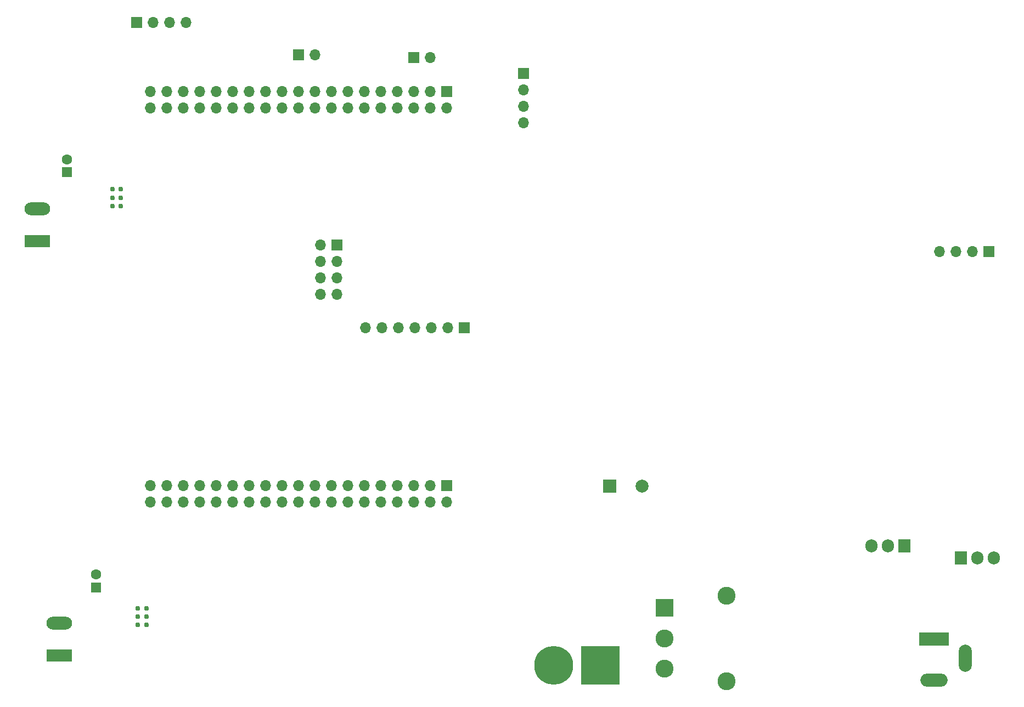
<source format=gbr>
%TF.GenerationSoftware,KiCad,Pcbnew,(7.0.0)*%
%TF.CreationDate,2023-05-15T14:27:38+03:00*%
%TF.ProjectId,ESP,4553502e-6b69-4636-9164-5f7063625858,rev?*%
%TF.SameCoordinates,Original*%
%TF.FileFunction,Soldermask,Bot*%
%TF.FilePolarity,Negative*%
%FSLAX46Y46*%
G04 Gerber Fmt 4.6, Leading zero omitted, Abs format (unit mm)*
G04 Created by KiCad (PCBNEW (7.0.0)) date 2023-05-15 14:27:38*
%MOMM*%
%LPD*%
G01*
G04 APERTURE LIST*
%ADD10R,1.905000X2.000000*%
%ADD11O,1.905000X2.000000*%
%ADD12R,2.775000X2.775000*%
%ADD13C,2.775000*%
%ADD14R,1.700000X1.700000*%
%ADD15O,1.700000X1.700000*%
%ADD16R,1.600000X1.600000*%
%ADD17C,1.600000*%
%ADD18C,6.000000*%
%ADD19R,6.000000X6.000000*%
%ADD20R,2.000000X2.000000*%
%ADD21C,2.000000*%
%ADD22C,0.770000*%
%ADD23R,3.960000X1.980000*%
%ADD24O,3.960000X1.980000*%
%ADD25R,4.600000X2.000000*%
%ADD26O,4.200000X2.000000*%
%ADD27O,2.000000X4.200000*%
G04 APERTURE END LIST*
D10*
%TO.C,Q6*%
X197779999Y-120537499D03*
D11*
X195239999Y-120537499D03*
X192699999Y-120537499D03*
%TD*%
D12*
%TO.C,SW1*%
X160809999Y-130174999D03*
D13*
X160810000Y-134875000D03*
X160810000Y-139575000D03*
X170340000Y-128270000D03*
X170340000Y-141480000D03*
%TD*%
D14*
%TO.C,J12*%
X104299999Y-44699999D03*
D15*
X106839999Y-44699999D03*
%TD*%
D16*
%TO.C,C9*%
X73024999Y-126999999D03*
D17*
X73025000Y-125000000D03*
%TD*%
D18*
%TO.C,J6*%
X143670000Y-139000000D03*
D19*
X150869999Y-138999999D03*
%TD*%
D14*
%TO.C,J2*%
X129839999Y-86869999D03*
D15*
X127299999Y-86869999D03*
X124759999Y-86869999D03*
X122219999Y-86869999D03*
X119679999Y-86869999D03*
X117139999Y-86869999D03*
X114599999Y-86869999D03*
%TD*%
D14*
%TO.C,J3*%
X210814999Y-75094999D03*
D15*
X208274999Y-75094999D03*
X205734999Y-75094999D03*
X203194999Y-75094999D03*
%TD*%
D14*
%TO.C,J11*%
X122059999Y-45174999D03*
D15*
X124599999Y-45174999D03*
%TD*%
D20*
%TO.C,C7*%
X152324999Y-111374999D03*
D21*
X157325000Y-111375000D03*
%TD*%
D22*
%TO.C,U4*%
X76900000Y-68100000D03*
X76900000Y-66800000D03*
X76900000Y-65500000D03*
X75600000Y-68100000D03*
X75600000Y-66800000D03*
X75600000Y-65500000D03*
%TD*%
D14*
%TO.C,J7*%
X79299999Y-39699999D03*
D15*
X81839999Y-39699999D03*
X84379999Y-39699999D03*
X86919999Y-39699999D03*
%TD*%
D14*
%TO.C,J15*%
X138999999Y-47559999D03*
D15*
X138999999Y-50099999D03*
X138999999Y-52639999D03*
X138999999Y-55179999D03*
%TD*%
D22*
%TO.C,U6*%
X80837500Y-132800000D03*
X80837500Y-131500000D03*
X80837500Y-130200000D03*
X79537500Y-132800000D03*
X79537500Y-131500000D03*
X79537500Y-130200000D03*
%TD*%
D23*
%TO.C,J4*%
X67349999Y-137539999D03*
D24*
X67349999Y-132539999D03*
%TD*%
D16*
%TO.C,C6*%
X68579999Y-62864999D03*
D17*
X68580000Y-60865000D03*
%TD*%
D10*
%TO.C,Q5*%
X206459999Y-122427499D03*
D11*
X208999999Y-122427499D03*
X211539999Y-122427499D03*
%TD*%
D23*
%TO.C,J5*%
X63989999Y-73529999D03*
D24*
X63989999Y-68529999D03*
%TD*%
D14*
%TO.C,J9*%
X110229999Y-74099999D03*
D15*
X107689999Y-74099999D03*
X110229999Y-76639999D03*
X107689999Y-76639999D03*
X110229999Y-79179999D03*
X107689999Y-79179999D03*
X110229999Y-81719999D03*
X107689999Y-81719999D03*
%TD*%
D25*
%TO.C,J1*%
X202349999Y-134999999D03*
D26*
X202349999Y-141299999D03*
D27*
X207149999Y-137899999D03*
%TD*%
D14*
%TO.C,J16*%
X127199999Y-111299999D03*
D15*
X127199999Y-113839999D03*
X124659999Y-111299999D03*
X124659999Y-113839999D03*
X122119999Y-111299999D03*
X122119999Y-113839999D03*
X119579999Y-111299999D03*
X119579999Y-113839999D03*
X117039999Y-111299999D03*
X117039999Y-113839999D03*
X114499999Y-111299999D03*
X114499999Y-113839999D03*
X111959999Y-111299999D03*
X111959999Y-113839999D03*
X109419999Y-111299999D03*
X109419999Y-113839999D03*
X106879999Y-111299999D03*
X106879999Y-113839999D03*
X104339999Y-111299999D03*
X104339999Y-113839999D03*
X101799999Y-111299999D03*
X101799999Y-113839999D03*
X99259999Y-111299999D03*
X99259999Y-113839999D03*
X96719999Y-111299999D03*
X96719999Y-113839999D03*
X94179999Y-111299999D03*
X94179999Y-113839999D03*
X91639999Y-111299999D03*
X91639999Y-113839999D03*
X89099999Y-111299999D03*
X89099999Y-113839999D03*
X86559999Y-111299999D03*
X86559999Y-113839999D03*
X84019999Y-111299999D03*
X84019999Y-113839999D03*
X81479999Y-111299999D03*
X81479999Y-113839999D03*
%TD*%
D14*
%TO.C,J14*%
X127179999Y-50359999D03*
D15*
X127179999Y-52899999D03*
X124639999Y-50359999D03*
X124639999Y-52899999D03*
X122099999Y-50359999D03*
X122099999Y-52899999D03*
X119559999Y-50359999D03*
X119559999Y-52899999D03*
X117019999Y-50359999D03*
X117019999Y-52899999D03*
X114479999Y-50359999D03*
X114479999Y-52899999D03*
X111939999Y-50359999D03*
X111939999Y-52899999D03*
X109399999Y-50359999D03*
X109399999Y-52899999D03*
X106859999Y-50359999D03*
X106859999Y-52899999D03*
X104319999Y-50359999D03*
X104319999Y-52899999D03*
X101779999Y-50359999D03*
X101779999Y-52899999D03*
X99239999Y-50359999D03*
X99239999Y-52899999D03*
X96699999Y-50359999D03*
X96699999Y-52899999D03*
X94159999Y-50359999D03*
X94159999Y-52899999D03*
X91619999Y-50359999D03*
X91619999Y-52899999D03*
X89079999Y-50359999D03*
X89079999Y-52899999D03*
X86539999Y-50359999D03*
X86539999Y-52899999D03*
X83999999Y-50359999D03*
X83999999Y-52899999D03*
X81459999Y-50359999D03*
X81459999Y-52899999D03*
%TD*%
M02*

</source>
